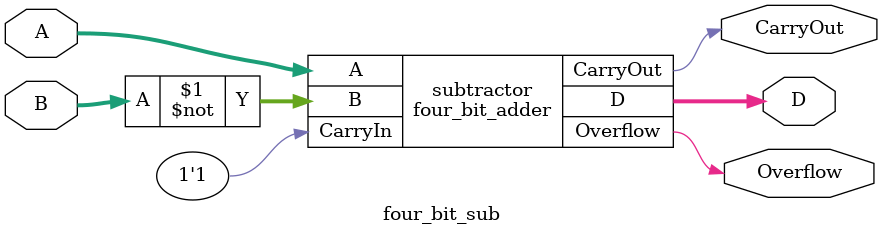
<source format=v>
module half_adder (input A,B, output Sum,Carry);
  xor gate_xor(Sum, A, B);
  and gate_and(Carry, A, B);
endmodule


module full_adder(input A,B,CarryIn, output Sum, CarryOut);
	wire s1,s2,c1,c2;
	half_adder add1(
		.A(A),
		.B(B),
		.Sum(s1),
		.Carry(c1)
	);
	
	half_adder add2(
		.A(s1),
		.B(CarryIn),
		.Sum(s2),
		.Carry(c2)
	);
	
	assign Sum = s2;
	or gate_or(CarryOut, c1,c2);
endmodule

module four_bit_adder(input [3:0] A,B, input CarryIn, output [3:0]D, output CarryOut, Overflow);
	wire c0,c1,c2;
	full_adder adder_0(
		.A(A[0]),
		.B(B[0]),
		.CarryIn(CarryIn),
		.Sum(D[0]),
		.CarryOut(c0)
	);
	full_adder adder_1(
		.A(A[1]),
		.B(B[1]),
		.CarryIn(c0),
		.Sum(D[1]),
		.CarryOut(c1)
	);
	
	full_adder adder_2(
		.A(A[2]),
		.B(B[2]),
		.CarryIn(c1),
		.Sum(D[2]),
		.CarryOut(c2)
	);
	
	full_adder adder_3(
		.A(A[3]),
		.B(B[3]),
		.CarryIn(c2),
		.Sum(D[3]),
		.CarryOut(CarryOut)
	);
	
	assign Overflow = CarryOut^c2;
endmodule


module four_bit_sub(
	input [3:0] A,B,
	output [3:0] D,
	output CarryOut,
	output Overflow
);

	
	four_bit_adder subtractor(
		.A(A),
		.B(~B),
		.CarryIn(1),
		.D(D),
		.CarryOut(CarryOut),
		.Overflow(Overflow)
	);

endmodule

</source>
